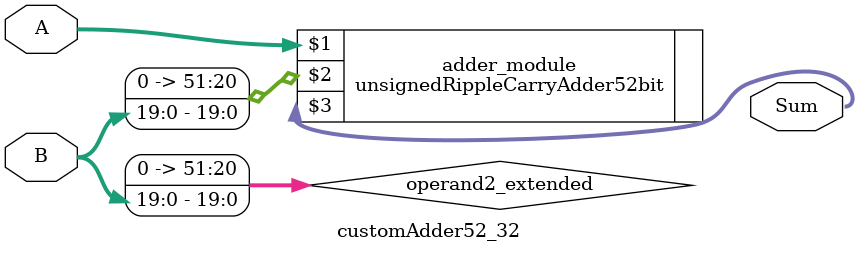
<source format=v>
module customAdder52_32(
                        input [51 : 0] A,
                        input [19 : 0] B,
                        
                        output [52 : 0] Sum
                );

        wire [51 : 0] operand2_extended;
        
        assign operand2_extended =  {32'b0, B};
        
        unsignedRippleCarryAdder52bit adder_module(
            A,
            operand2_extended,
            Sum
        );
        
        endmodule
        
</source>
